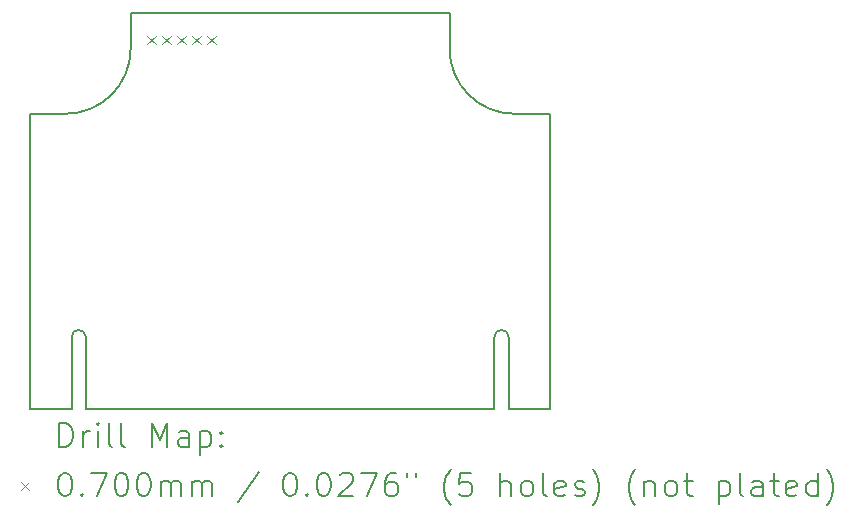
<source format=gbr>
%TF.GenerationSoftware,KiCad,Pcbnew,(6.0.9)*%
%TF.CreationDate,2022-11-24T22:47:09+01:00*%
%TF.ProjectId,telinksensor-hw,74656c69-6e6b-4736-956e-736f722d6877,rev?*%
%TF.SameCoordinates,Original*%
%TF.FileFunction,Drillmap*%
%TF.FilePolarity,Positive*%
%FSLAX45Y45*%
G04 Gerber Fmt 4.5, Leading zero omitted, Abs format (unit mm)*
G04 Created by KiCad (PCBNEW (6.0.9)) date 2022-11-24 22:47:09*
%MOMM*%
%LPD*%
G01*
G04 APERTURE LIST*
%ADD10C,0.200000*%
%ADD11C,0.070000*%
G04 APERTURE END LIST*
D10*
X15240000Y-8350000D02*
X15240000Y-8650000D01*
X14860000Y-11700000D02*
X18320000Y-11700000D01*
X18790000Y-11700000D02*
X18440000Y-11700000D01*
X14690000Y-9200000D02*
X14390000Y-9200000D01*
X18790000Y-9200000D02*
X18490000Y-9200000D01*
X18320000Y-11700000D02*
X18320000Y-11090000D01*
X17940000Y-8650000D02*
G75*
G03*
X18490000Y-9200000I550000J0D01*
G01*
X18440000Y-11090000D02*
G75*
G03*
X18320000Y-11090000I-60000J0D01*
G01*
X14740000Y-11700000D02*
X14390000Y-11700000D01*
X18790000Y-9200000D02*
X18790000Y-11700000D01*
X14390000Y-9200000D02*
X14390000Y-11700000D01*
X14740000Y-11090000D02*
X14740000Y-11700000D01*
X18440000Y-11700000D02*
X18440000Y-11090000D01*
X17940000Y-8650000D02*
X17940000Y-8350000D01*
X14860000Y-11090000D02*
X14860000Y-11700000D01*
X14690000Y-9200000D02*
G75*
G03*
X15240000Y-8650000I0J550000D01*
G01*
X17940000Y-8350000D02*
X15240000Y-8350000D01*
X14860000Y-11090000D02*
G75*
G03*
X14740000Y-11090000I-60000J0D01*
G01*
D11*
X15381500Y-8543500D02*
X15451500Y-8613500D01*
X15451500Y-8543500D02*
X15381500Y-8613500D01*
X15508500Y-8543500D02*
X15578500Y-8613500D01*
X15578500Y-8543500D02*
X15508500Y-8613500D01*
X15635500Y-8543500D02*
X15705500Y-8613500D01*
X15705500Y-8543500D02*
X15635500Y-8613500D01*
X15762500Y-8543500D02*
X15832500Y-8613500D01*
X15832500Y-8543500D02*
X15762500Y-8613500D01*
X15889500Y-8543500D02*
X15959500Y-8613500D01*
X15959500Y-8543500D02*
X15889500Y-8613500D01*
D10*
X14637619Y-12020476D02*
X14637619Y-11820476D01*
X14685238Y-11820476D01*
X14713809Y-11830000D01*
X14732857Y-11849048D01*
X14742381Y-11868095D01*
X14751905Y-11906190D01*
X14751905Y-11934762D01*
X14742381Y-11972857D01*
X14732857Y-11991905D01*
X14713809Y-12010952D01*
X14685238Y-12020476D01*
X14637619Y-12020476D01*
X14837619Y-12020476D02*
X14837619Y-11887143D01*
X14837619Y-11925238D02*
X14847143Y-11906190D01*
X14856667Y-11896667D01*
X14875714Y-11887143D01*
X14894762Y-11887143D01*
X14961428Y-12020476D02*
X14961428Y-11887143D01*
X14961428Y-11820476D02*
X14951905Y-11830000D01*
X14961428Y-11839524D01*
X14970952Y-11830000D01*
X14961428Y-11820476D01*
X14961428Y-11839524D01*
X15085238Y-12020476D02*
X15066190Y-12010952D01*
X15056667Y-11991905D01*
X15056667Y-11820476D01*
X15190000Y-12020476D02*
X15170952Y-12010952D01*
X15161428Y-11991905D01*
X15161428Y-11820476D01*
X15418571Y-12020476D02*
X15418571Y-11820476D01*
X15485238Y-11963333D01*
X15551905Y-11820476D01*
X15551905Y-12020476D01*
X15732857Y-12020476D02*
X15732857Y-11915714D01*
X15723333Y-11896667D01*
X15704286Y-11887143D01*
X15666190Y-11887143D01*
X15647143Y-11896667D01*
X15732857Y-12010952D02*
X15713809Y-12020476D01*
X15666190Y-12020476D01*
X15647143Y-12010952D01*
X15637619Y-11991905D01*
X15637619Y-11972857D01*
X15647143Y-11953809D01*
X15666190Y-11944286D01*
X15713809Y-11944286D01*
X15732857Y-11934762D01*
X15828095Y-11887143D02*
X15828095Y-12087143D01*
X15828095Y-11896667D02*
X15847143Y-11887143D01*
X15885238Y-11887143D01*
X15904286Y-11896667D01*
X15913809Y-11906190D01*
X15923333Y-11925238D01*
X15923333Y-11982381D01*
X15913809Y-12001428D01*
X15904286Y-12010952D01*
X15885238Y-12020476D01*
X15847143Y-12020476D01*
X15828095Y-12010952D01*
X16009048Y-12001428D02*
X16018571Y-12010952D01*
X16009048Y-12020476D01*
X15999524Y-12010952D01*
X16009048Y-12001428D01*
X16009048Y-12020476D01*
X16009048Y-11896667D02*
X16018571Y-11906190D01*
X16009048Y-11915714D01*
X15999524Y-11906190D01*
X16009048Y-11896667D01*
X16009048Y-11915714D01*
D11*
X14310000Y-12315000D02*
X14380000Y-12385000D01*
X14380000Y-12315000D02*
X14310000Y-12385000D01*
D10*
X14675714Y-12240476D02*
X14694762Y-12240476D01*
X14713809Y-12250000D01*
X14723333Y-12259524D01*
X14732857Y-12278571D01*
X14742381Y-12316667D01*
X14742381Y-12364286D01*
X14732857Y-12402381D01*
X14723333Y-12421428D01*
X14713809Y-12430952D01*
X14694762Y-12440476D01*
X14675714Y-12440476D01*
X14656667Y-12430952D01*
X14647143Y-12421428D01*
X14637619Y-12402381D01*
X14628095Y-12364286D01*
X14628095Y-12316667D01*
X14637619Y-12278571D01*
X14647143Y-12259524D01*
X14656667Y-12250000D01*
X14675714Y-12240476D01*
X14828095Y-12421428D02*
X14837619Y-12430952D01*
X14828095Y-12440476D01*
X14818571Y-12430952D01*
X14828095Y-12421428D01*
X14828095Y-12440476D01*
X14904286Y-12240476D02*
X15037619Y-12240476D01*
X14951905Y-12440476D01*
X15151905Y-12240476D02*
X15170952Y-12240476D01*
X15190000Y-12250000D01*
X15199524Y-12259524D01*
X15209048Y-12278571D01*
X15218571Y-12316667D01*
X15218571Y-12364286D01*
X15209048Y-12402381D01*
X15199524Y-12421428D01*
X15190000Y-12430952D01*
X15170952Y-12440476D01*
X15151905Y-12440476D01*
X15132857Y-12430952D01*
X15123333Y-12421428D01*
X15113809Y-12402381D01*
X15104286Y-12364286D01*
X15104286Y-12316667D01*
X15113809Y-12278571D01*
X15123333Y-12259524D01*
X15132857Y-12250000D01*
X15151905Y-12240476D01*
X15342381Y-12240476D02*
X15361428Y-12240476D01*
X15380476Y-12250000D01*
X15390000Y-12259524D01*
X15399524Y-12278571D01*
X15409048Y-12316667D01*
X15409048Y-12364286D01*
X15399524Y-12402381D01*
X15390000Y-12421428D01*
X15380476Y-12430952D01*
X15361428Y-12440476D01*
X15342381Y-12440476D01*
X15323333Y-12430952D01*
X15313809Y-12421428D01*
X15304286Y-12402381D01*
X15294762Y-12364286D01*
X15294762Y-12316667D01*
X15304286Y-12278571D01*
X15313809Y-12259524D01*
X15323333Y-12250000D01*
X15342381Y-12240476D01*
X15494762Y-12440476D02*
X15494762Y-12307143D01*
X15494762Y-12326190D02*
X15504286Y-12316667D01*
X15523333Y-12307143D01*
X15551905Y-12307143D01*
X15570952Y-12316667D01*
X15580476Y-12335714D01*
X15580476Y-12440476D01*
X15580476Y-12335714D02*
X15590000Y-12316667D01*
X15609048Y-12307143D01*
X15637619Y-12307143D01*
X15656667Y-12316667D01*
X15666190Y-12335714D01*
X15666190Y-12440476D01*
X15761428Y-12440476D02*
X15761428Y-12307143D01*
X15761428Y-12326190D02*
X15770952Y-12316667D01*
X15790000Y-12307143D01*
X15818571Y-12307143D01*
X15837619Y-12316667D01*
X15847143Y-12335714D01*
X15847143Y-12440476D01*
X15847143Y-12335714D02*
X15856667Y-12316667D01*
X15875714Y-12307143D01*
X15904286Y-12307143D01*
X15923333Y-12316667D01*
X15932857Y-12335714D01*
X15932857Y-12440476D01*
X16323333Y-12230952D02*
X16151905Y-12488095D01*
X16580476Y-12240476D02*
X16599524Y-12240476D01*
X16618571Y-12250000D01*
X16628095Y-12259524D01*
X16637619Y-12278571D01*
X16647143Y-12316667D01*
X16647143Y-12364286D01*
X16637619Y-12402381D01*
X16628095Y-12421428D01*
X16618571Y-12430952D01*
X16599524Y-12440476D01*
X16580476Y-12440476D01*
X16561428Y-12430952D01*
X16551905Y-12421428D01*
X16542381Y-12402381D01*
X16532857Y-12364286D01*
X16532857Y-12316667D01*
X16542381Y-12278571D01*
X16551905Y-12259524D01*
X16561428Y-12250000D01*
X16580476Y-12240476D01*
X16732857Y-12421428D02*
X16742381Y-12430952D01*
X16732857Y-12440476D01*
X16723333Y-12430952D01*
X16732857Y-12421428D01*
X16732857Y-12440476D01*
X16866190Y-12240476D02*
X16885238Y-12240476D01*
X16904286Y-12250000D01*
X16913810Y-12259524D01*
X16923333Y-12278571D01*
X16932857Y-12316667D01*
X16932857Y-12364286D01*
X16923333Y-12402381D01*
X16913810Y-12421428D01*
X16904286Y-12430952D01*
X16885238Y-12440476D01*
X16866190Y-12440476D01*
X16847143Y-12430952D01*
X16837619Y-12421428D01*
X16828095Y-12402381D01*
X16818571Y-12364286D01*
X16818571Y-12316667D01*
X16828095Y-12278571D01*
X16837619Y-12259524D01*
X16847143Y-12250000D01*
X16866190Y-12240476D01*
X17009048Y-12259524D02*
X17018571Y-12250000D01*
X17037619Y-12240476D01*
X17085238Y-12240476D01*
X17104286Y-12250000D01*
X17113810Y-12259524D01*
X17123333Y-12278571D01*
X17123333Y-12297619D01*
X17113810Y-12326190D01*
X16999524Y-12440476D01*
X17123333Y-12440476D01*
X17190000Y-12240476D02*
X17323333Y-12240476D01*
X17237619Y-12440476D01*
X17485238Y-12240476D02*
X17447143Y-12240476D01*
X17428095Y-12250000D01*
X17418571Y-12259524D01*
X17399524Y-12288095D01*
X17390000Y-12326190D01*
X17390000Y-12402381D01*
X17399524Y-12421428D01*
X17409048Y-12430952D01*
X17428095Y-12440476D01*
X17466190Y-12440476D01*
X17485238Y-12430952D01*
X17494762Y-12421428D01*
X17504286Y-12402381D01*
X17504286Y-12354762D01*
X17494762Y-12335714D01*
X17485238Y-12326190D01*
X17466190Y-12316667D01*
X17428095Y-12316667D01*
X17409048Y-12326190D01*
X17399524Y-12335714D01*
X17390000Y-12354762D01*
X17580476Y-12240476D02*
X17580476Y-12278571D01*
X17656667Y-12240476D02*
X17656667Y-12278571D01*
X17951905Y-12516667D02*
X17942381Y-12507143D01*
X17923333Y-12478571D01*
X17913810Y-12459524D01*
X17904286Y-12430952D01*
X17894762Y-12383333D01*
X17894762Y-12345238D01*
X17904286Y-12297619D01*
X17913810Y-12269048D01*
X17923333Y-12250000D01*
X17942381Y-12221428D01*
X17951905Y-12211905D01*
X18123333Y-12240476D02*
X18028095Y-12240476D01*
X18018571Y-12335714D01*
X18028095Y-12326190D01*
X18047143Y-12316667D01*
X18094762Y-12316667D01*
X18113810Y-12326190D01*
X18123333Y-12335714D01*
X18132857Y-12354762D01*
X18132857Y-12402381D01*
X18123333Y-12421428D01*
X18113810Y-12430952D01*
X18094762Y-12440476D01*
X18047143Y-12440476D01*
X18028095Y-12430952D01*
X18018571Y-12421428D01*
X18370952Y-12440476D02*
X18370952Y-12240476D01*
X18456667Y-12440476D02*
X18456667Y-12335714D01*
X18447143Y-12316667D01*
X18428095Y-12307143D01*
X18399524Y-12307143D01*
X18380476Y-12316667D01*
X18370952Y-12326190D01*
X18580476Y-12440476D02*
X18561429Y-12430952D01*
X18551905Y-12421428D01*
X18542381Y-12402381D01*
X18542381Y-12345238D01*
X18551905Y-12326190D01*
X18561429Y-12316667D01*
X18580476Y-12307143D01*
X18609048Y-12307143D01*
X18628095Y-12316667D01*
X18637619Y-12326190D01*
X18647143Y-12345238D01*
X18647143Y-12402381D01*
X18637619Y-12421428D01*
X18628095Y-12430952D01*
X18609048Y-12440476D01*
X18580476Y-12440476D01*
X18761429Y-12440476D02*
X18742381Y-12430952D01*
X18732857Y-12411905D01*
X18732857Y-12240476D01*
X18913810Y-12430952D02*
X18894762Y-12440476D01*
X18856667Y-12440476D01*
X18837619Y-12430952D01*
X18828095Y-12411905D01*
X18828095Y-12335714D01*
X18837619Y-12316667D01*
X18856667Y-12307143D01*
X18894762Y-12307143D01*
X18913810Y-12316667D01*
X18923333Y-12335714D01*
X18923333Y-12354762D01*
X18828095Y-12373809D01*
X18999524Y-12430952D02*
X19018571Y-12440476D01*
X19056667Y-12440476D01*
X19075714Y-12430952D01*
X19085238Y-12411905D01*
X19085238Y-12402381D01*
X19075714Y-12383333D01*
X19056667Y-12373809D01*
X19028095Y-12373809D01*
X19009048Y-12364286D01*
X18999524Y-12345238D01*
X18999524Y-12335714D01*
X19009048Y-12316667D01*
X19028095Y-12307143D01*
X19056667Y-12307143D01*
X19075714Y-12316667D01*
X19151905Y-12516667D02*
X19161429Y-12507143D01*
X19180476Y-12478571D01*
X19190000Y-12459524D01*
X19199524Y-12430952D01*
X19209048Y-12383333D01*
X19209048Y-12345238D01*
X19199524Y-12297619D01*
X19190000Y-12269048D01*
X19180476Y-12250000D01*
X19161429Y-12221428D01*
X19151905Y-12211905D01*
X19513810Y-12516667D02*
X19504286Y-12507143D01*
X19485238Y-12478571D01*
X19475714Y-12459524D01*
X19466190Y-12430952D01*
X19456667Y-12383333D01*
X19456667Y-12345238D01*
X19466190Y-12297619D01*
X19475714Y-12269048D01*
X19485238Y-12250000D01*
X19504286Y-12221428D01*
X19513810Y-12211905D01*
X19590000Y-12307143D02*
X19590000Y-12440476D01*
X19590000Y-12326190D02*
X19599524Y-12316667D01*
X19618571Y-12307143D01*
X19647143Y-12307143D01*
X19666190Y-12316667D01*
X19675714Y-12335714D01*
X19675714Y-12440476D01*
X19799524Y-12440476D02*
X19780476Y-12430952D01*
X19770952Y-12421428D01*
X19761429Y-12402381D01*
X19761429Y-12345238D01*
X19770952Y-12326190D01*
X19780476Y-12316667D01*
X19799524Y-12307143D01*
X19828095Y-12307143D01*
X19847143Y-12316667D01*
X19856667Y-12326190D01*
X19866190Y-12345238D01*
X19866190Y-12402381D01*
X19856667Y-12421428D01*
X19847143Y-12430952D01*
X19828095Y-12440476D01*
X19799524Y-12440476D01*
X19923333Y-12307143D02*
X19999524Y-12307143D01*
X19951905Y-12240476D02*
X19951905Y-12411905D01*
X19961429Y-12430952D01*
X19980476Y-12440476D01*
X19999524Y-12440476D01*
X20218571Y-12307143D02*
X20218571Y-12507143D01*
X20218571Y-12316667D02*
X20237619Y-12307143D01*
X20275714Y-12307143D01*
X20294762Y-12316667D01*
X20304286Y-12326190D01*
X20313810Y-12345238D01*
X20313810Y-12402381D01*
X20304286Y-12421428D01*
X20294762Y-12430952D01*
X20275714Y-12440476D01*
X20237619Y-12440476D01*
X20218571Y-12430952D01*
X20428095Y-12440476D02*
X20409048Y-12430952D01*
X20399524Y-12411905D01*
X20399524Y-12240476D01*
X20590000Y-12440476D02*
X20590000Y-12335714D01*
X20580476Y-12316667D01*
X20561429Y-12307143D01*
X20523333Y-12307143D01*
X20504286Y-12316667D01*
X20590000Y-12430952D02*
X20570952Y-12440476D01*
X20523333Y-12440476D01*
X20504286Y-12430952D01*
X20494762Y-12411905D01*
X20494762Y-12392857D01*
X20504286Y-12373809D01*
X20523333Y-12364286D01*
X20570952Y-12364286D01*
X20590000Y-12354762D01*
X20656667Y-12307143D02*
X20732857Y-12307143D01*
X20685238Y-12240476D02*
X20685238Y-12411905D01*
X20694762Y-12430952D01*
X20713810Y-12440476D01*
X20732857Y-12440476D01*
X20875714Y-12430952D02*
X20856667Y-12440476D01*
X20818571Y-12440476D01*
X20799524Y-12430952D01*
X20790000Y-12411905D01*
X20790000Y-12335714D01*
X20799524Y-12316667D01*
X20818571Y-12307143D01*
X20856667Y-12307143D01*
X20875714Y-12316667D01*
X20885238Y-12335714D01*
X20885238Y-12354762D01*
X20790000Y-12373809D01*
X21056667Y-12440476D02*
X21056667Y-12240476D01*
X21056667Y-12430952D02*
X21037619Y-12440476D01*
X20999524Y-12440476D01*
X20980476Y-12430952D01*
X20970952Y-12421428D01*
X20961429Y-12402381D01*
X20961429Y-12345238D01*
X20970952Y-12326190D01*
X20980476Y-12316667D01*
X20999524Y-12307143D01*
X21037619Y-12307143D01*
X21056667Y-12316667D01*
X21132857Y-12516667D02*
X21142381Y-12507143D01*
X21161429Y-12478571D01*
X21170952Y-12459524D01*
X21180476Y-12430952D01*
X21190000Y-12383333D01*
X21190000Y-12345238D01*
X21180476Y-12297619D01*
X21170952Y-12269048D01*
X21161429Y-12250000D01*
X21142381Y-12221428D01*
X21132857Y-12211905D01*
M02*

</source>
